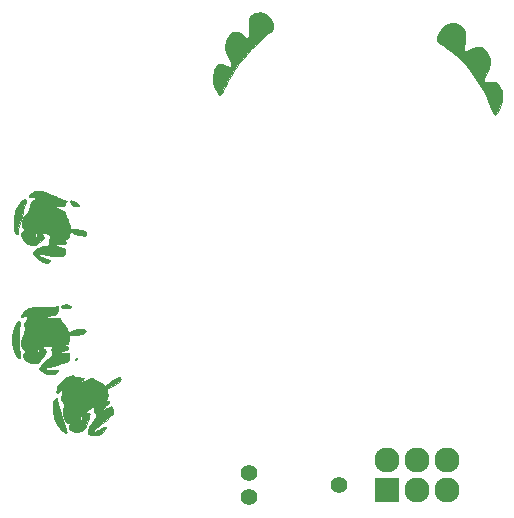
<source format=gbr>
G04 #@! TF.FileFunction,Soldermask,Top*
%FSLAX46Y46*%
G04 Gerber Fmt 4.6, Leading zero omitted, Abs format (unit mm)*
G04 Created by KiCad (PCBNEW 4.0.5+dfsg1-4) date Sun Sep 22 16:13:37 2019*
%MOMM*%
%LPD*%
G01*
G04 APERTURE LIST*
%ADD10C,0.100000*%
%ADD11C,0.010000*%
%ADD12C,1.390600*%
%ADD13R,2.127200X2.127200*%
%ADD14O,2.127200X2.127200*%
G04 APERTURE END LIST*
D10*
D11*
G36*
X57702246Y-62402213D02*
X57739318Y-62425514D01*
X57810773Y-62460039D01*
X57943261Y-62501332D01*
X58114202Y-62542848D01*
X58213000Y-62562768D01*
X58387138Y-62596558D01*
X58527338Y-62626024D01*
X58614546Y-62647040D01*
X58633440Y-62653817D01*
X58617586Y-62690215D01*
X58556834Y-62765401D01*
X58509333Y-62816500D01*
X58431457Y-62906109D01*
X58391670Y-62970757D01*
X58391472Y-62987916D01*
X58437953Y-62981684D01*
X58539657Y-62943375D01*
X58677034Y-62880631D01*
X58718457Y-62860114D01*
X58895793Y-62779473D01*
X59076529Y-62711239D01*
X59223150Y-62669491D01*
X59229966Y-62668150D01*
X59360619Y-62648289D01*
X59443268Y-62655917D01*
X59511903Y-62697417D01*
X59545772Y-62727451D01*
X59644443Y-62796121D01*
X59787846Y-62870207D01*
X59901877Y-62917310D01*
X60107775Y-63014849D01*
X60249370Y-63137684D01*
X60263764Y-63155779D01*
X60368429Y-63264444D01*
X60464977Y-63294322D01*
X60565619Y-63244882D01*
X60664902Y-63138332D01*
X60835063Y-62968225D01*
X61059709Y-62807016D01*
X61309331Y-62674280D01*
X61444402Y-62621238D01*
X61607217Y-62576136D01*
X61708049Y-62576391D01*
X61758066Y-62624734D01*
X61769000Y-62700584D01*
X61727864Y-62820556D01*
X61605195Y-62957994D01*
X61402103Y-63111964D01*
X61119698Y-63281530D01*
X61010488Y-63340121D01*
X60822944Y-63440243D01*
X60699899Y-63512412D01*
X60629707Y-63565696D01*
X60600724Y-63609166D01*
X60601307Y-63651892D01*
X60602876Y-63657621D01*
X60627340Y-63750927D01*
X60660069Y-63887672D01*
X60677986Y-63966511D01*
X60703414Y-64100258D01*
X60700584Y-64191112D01*
X60663086Y-64277983D01*
X60613872Y-64355601D01*
X60501098Y-64526014D01*
X60658799Y-64539091D01*
X60759258Y-64559804D01*
X60801477Y-64604443D01*
X60783155Y-64678798D01*
X60701990Y-64788660D01*
X60555682Y-64939821D01*
X60465752Y-65024928D01*
X60334995Y-65152309D01*
X60235959Y-65260213D01*
X60180072Y-65335423D01*
X60173666Y-65362777D01*
X60223515Y-65359274D01*
X60329787Y-65321961D01*
X60474658Y-65257720D01*
X60575794Y-65207516D01*
X60736793Y-65126374D01*
X60870456Y-65062562D01*
X60958494Y-65024623D01*
X60981794Y-65017834D01*
X61019116Y-65055160D01*
X61063050Y-65149675D01*
X61105528Y-65275184D01*
X61138482Y-65405490D01*
X61153844Y-65514400D01*
X61149893Y-65563616D01*
X61092949Y-65661950D01*
X60977451Y-65798905D01*
X60814277Y-65964649D01*
X60614302Y-66149351D01*
X60388406Y-66343179D01*
X60147464Y-66536302D01*
X59902355Y-66718888D01*
X59769108Y-66811664D01*
X59643551Y-66916115D01*
X59557249Y-67025905D01*
X59521190Y-67123161D01*
X59539958Y-67184403D01*
X59584721Y-67175256D01*
X59685698Y-67130829D01*
X59826235Y-67058948D01*
X59936626Y-66997969D01*
X60174398Y-66867481D01*
X60347169Y-66784792D01*
X60459744Y-66749786D01*
X60516924Y-66762348D01*
X60523515Y-66822363D01*
X60484319Y-66929714D01*
X60457118Y-66985449D01*
X60313969Y-67177695D01*
X60110810Y-67329531D01*
X59865064Y-67434781D01*
X59594158Y-67487268D01*
X59315516Y-67480817D01*
X59154917Y-67446972D01*
X59057856Y-67405384D01*
X59020906Y-67339912D01*
X59017334Y-67288084D01*
X59043099Y-67104743D01*
X59113319Y-66880716D01*
X59217376Y-66639626D01*
X59344653Y-66405097D01*
X59484534Y-66200751D01*
X59531368Y-66144290D01*
X59654943Y-65962659D01*
X59698119Y-65792928D01*
X59660396Y-65639151D01*
X59603043Y-65560761D01*
X59534056Y-65446717D01*
X59518087Y-65293065D01*
X59518127Y-65292025D01*
X59508248Y-65159164D01*
X59466796Y-65098548D01*
X59466526Y-65098443D01*
X59378669Y-65099803D01*
X59252506Y-65142273D01*
X59110277Y-65212880D01*
X58974220Y-65298653D01*
X58866574Y-65386618D01*
X58809577Y-65463802D01*
X58805667Y-65483955D01*
X58842507Y-65532114D01*
X58934952Y-65580654D01*
X58975000Y-65594335D01*
X59079569Y-65630408D01*
X59139101Y-65660138D01*
X59144334Y-65667143D01*
X59135059Y-65714834D01*
X59109922Y-65827146D01*
X59072952Y-65986404D01*
X59035754Y-66143319D01*
X58951693Y-66450513D01*
X58860410Y-66685897D01*
X58754066Y-66862326D01*
X58624820Y-66992654D01*
X58464831Y-67089736D01*
X58455988Y-67093899D01*
X58199214Y-67179315D01*
X57951188Y-67198361D01*
X57726021Y-67153420D01*
X57537820Y-67046877D01*
X57423806Y-66919576D01*
X57376858Y-66835971D01*
X57376889Y-66770473D01*
X57421506Y-66681291D01*
X57481433Y-66549073D01*
X57492741Y-66454927D01*
X57456116Y-66411096D01*
X57406594Y-66415491D01*
X57292664Y-66411467D01*
X57180953Y-66337602D01*
X57078212Y-66208600D01*
X56991192Y-66039165D01*
X56964966Y-65959868D01*
X58348217Y-65959868D01*
X58377325Y-66082081D01*
X58377376Y-66082192D01*
X58434094Y-66160760D01*
X58488086Y-66160234D01*
X58528936Y-66085837D01*
X58543639Y-65998811D01*
X58545548Y-65895343D01*
X58519814Y-65851427D01*
X58468227Y-65843334D01*
X58380501Y-65875073D01*
X58348217Y-65959868D01*
X56964966Y-65959868D01*
X56926644Y-65844001D01*
X56891319Y-65637813D01*
X56891969Y-65435305D01*
X56909578Y-65332966D01*
X56948300Y-65080106D01*
X56940791Y-64847214D01*
X56889129Y-64654568D01*
X56830106Y-64557221D01*
X56758319Y-64451395D01*
X56741374Y-64349312D01*
X56750340Y-64279342D01*
X56785913Y-64051333D01*
X56804567Y-63858128D01*
X56805650Y-63714201D01*
X56788509Y-63634028D01*
X56779895Y-63624683D01*
X56699450Y-63619714D01*
X56604427Y-63676300D01*
X56516833Y-63779641D01*
X56496455Y-63815288D01*
X56433693Y-63909958D01*
X56385851Y-63932073D01*
X56354717Y-63892721D01*
X56342076Y-63802989D01*
X56349715Y-63673965D01*
X56379422Y-63516736D01*
X56424185Y-63366834D01*
X56542786Y-63141620D01*
X56737859Y-62927530D01*
X57012342Y-62721812D01*
X57276870Y-62568846D01*
X57454776Y-62477268D01*
X57574512Y-62422213D01*
X57651771Y-62398816D01*
X57702246Y-62402213D01*
X57702246Y-62402213D01*
G37*
X57702246Y-62402213D02*
X57739318Y-62425514D01*
X57810773Y-62460039D01*
X57943261Y-62501332D01*
X58114202Y-62542848D01*
X58213000Y-62562768D01*
X58387138Y-62596558D01*
X58527338Y-62626024D01*
X58614546Y-62647040D01*
X58633440Y-62653817D01*
X58617586Y-62690215D01*
X58556834Y-62765401D01*
X58509333Y-62816500D01*
X58431457Y-62906109D01*
X58391670Y-62970757D01*
X58391472Y-62987916D01*
X58437953Y-62981684D01*
X58539657Y-62943375D01*
X58677034Y-62880631D01*
X58718457Y-62860114D01*
X58895793Y-62779473D01*
X59076529Y-62711239D01*
X59223150Y-62669491D01*
X59229966Y-62668150D01*
X59360619Y-62648289D01*
X59443268Y-62655917D01*
X59511903Y-62697417D01*
X59545772Y-62727451D01*
X59644443Y-62796121D01*
X59787846Y-62870207D01*
X59901877Y-62917310D01*
X60107775Y-63014849D01*
X60249370Y-63137684D01*
X60263764Y-63155779D01*
X60368429Y-63264444D01*
X60464977Y-63294322D01*
X60565619Y-63244882D01*
X60664902Y-63138332D01*
X60835063Y-62968225D01*
X61059709Y-62807016D01*
X61309331Y-62674280D01*
X61444402Y-62621238D01*
X61607217Y-62576136D01*
X61708049Y-62576391D01*
X61758066Y-62624734D01*
X61769000Y-62700584D01*
X61727864Y-62820556D01*
X61605195Y-62957994D01*
X61402103Y-63111964D01*
X61119698Y-63281530D01*
X61010488Y-63340121D01*
X60822944Y-63440243D01*
X60699899Y-63512412D01*
X60629707Y-63565696D01*
X60600724Y-63609166D01*
X60601307Y-63651892D01*
X60602876Y-63657621D01*
X60627340Y-63750927D01*
X60660069Y-63887672D01*
X60677986Y-63966511D01*
X60703414Y-64100258D01*
X60700584Y-64191112D01*
X60663086Y-64277983D01*
X60613872Y-64355601D01*
X60501098Y-64526014D01*
X60658799Y-64539091D01*
X60759258Y-64559804D01*
X60801477Y-64604443D01*
X60783155Y-64678798D01*
X60701990Y-64788660D01*
X60555682Y-64939821D01*
X60465752Y-65024928D01*
X60334995Y-65152309D01*
X60235959Y-65260213D01*
X60180072Y-65335423D01*
X60173666Y-65362777D01*
X60223515Y-65359274D01*
X60329787Y-65321961D01*
X60474658Y-65257720D01*
X60575794Y-65207516D01*
X60736793Y-65126374D01*
X60870456Y-65062562D01*
X60958494Y-65024623D01*
X60981794Y-65017834D01*
X61019116Y-65055160D01*
X61063050Y-65149675D01*
X61105528Y-65275184D01*
X61138482Y-65405490D01*
X61153844Y-65514400D01*
X61149893Y-65563616D01*
X61092949Y-65661950D01*
X60977451Y-65798905D01*
X60814277Y-65964649D01*
X60614302Y-66149351D01*
X60388406Y-66343179D01*
X60147464Y-66536302D01*
X59902355Y-66718888D01*
X59769108Y-66811664D01*
X59643551Y-66916115D01*
X59557249Y-67025905D01*
X59521190Y-67123161D01*
X59539958Y-67184403D01*
X59584721Y-67175256D01*
X59685698Y-67130829D01*
X59826235Y-67058948D01*
X59936626Y-66997969D01*
X60174398Y-66867481D01*
X60347169Y-66784792D01*
X60459744Y-66749786D01*
X60516924Y-66762348D01*
X60523515Y-66822363D01*
X60484319Y-66929714D01*
X60457118Y-66985449D01*
X60313969Y-67177695D01*
X60110810Y-67329531D01*
X59865064Y-67434781D01*
X59594158Y-67487268D01*
X59315516Y-67480817D01*
X59154917Y-67446972D01*
X59057856Y-67405384D01*
X59020906Y-67339912D01*
X59017334Y-67288084D01*
X59043099Y-67104743D01*
X59113319Y-66880716D01*
X59217376Y-66639626D01*
X59344653Y-66405097D01*
X59484534Y-66200751D01*
X59531368Y-66144290D01*
X59654943Y-65962659D01*
X59698119Y-65792928D01*
X59660396Y-65639151D01*
X59603043Y-65560761D01*
X59534056Y-65446717D01*
X59518087Y-65293065D01*
X59518127Y-65292025D01*
X59508248Y-65159164D01*
X59466796Y-65098548D01*
X59466526Y-65098443D01*
X59378669Y-65099803D01*
X59252506Y-65142273D01*
X59110277Y-65212880D01*
X58974220Y-65298653D01*
X58866574Y-65386618D01*
X58809577Y-65463802D01*
X58805667Y-65483955D01*
X58842507Y-65532114D01*
X58934952Y-65580654D01*
X58975000Y-65594335D01*
X59079569Y-65630408D01*
X59139101Y-65660138D01*
X59144334Y-65667143D01*
X59135059Y-65714834D01*
X59109922Y-65827146D01*
X59072952Y-65986404D01*
X59035754Y-66143319D01*
X58951693Y-66450513D01*
X58860410Y-66685897D01*
X58754066Y-66862326D01*
X58624820Y-66992654D01*
X58464831Y-67089736D01*
X58455988Y-67093899D01*
X58199214Y-67179315D01*
X57951188Y-67198361D01*
X57726021Y-67153420D01*
X57537820Y-67046877D01*
X57423806Y-66919576D01*
X57376858Y-66835971D01*
X57376889Y-66770473D01*
X57421506Y-66681291D01*
X57481433Y-66549073D01*
X57492741Y-66454927D01*
X57456116Y-66411096D01*
X57406594Y-66415491D01*
X57292664Y-66411467D01*
X57180953Y-66337602D01*
X57078212Y-66208600D01*
X56991192Y-66039165D01*
X56964966Y-65959868D01*
X58348217Y-65959868D01*
X58377325Y-66082081D01*
X58377376Y-66082192D01*
X58434094Y-66160760D01*
X58488086Y-66160234D01*
X58528936Y-66085837D01*
X58543639Y-65998811D01*
X58545548Y-65895343D01*
X58519814Y-65851427D01*
X58468227Y-65843334D01*
X58380501Y-65875073D01*
X58348217Y-65959868D01*
X56964966Y-65959868D01*
X56926644Y-65844001D01*
X56891319Y-65637813D01*
X56891969Y-65435305D01*
X56909578Y-65332966D01*
X56948300Y-65080106D01*
X56940791Y-64847214D01*
X56889129Y-64654568D01*
X56830106Y-64557221D01*
X56758319Y-64451395D01*
X56741374Y-64349312D01*
X56750340Y-64279342D01*
X56785913Y-64051333D01*
X56804567Y-63858128D01*
X56805650Y-63714201D01*
X56788509Y-63634028D01*
X56779895Y-63624683D01*
X56699450Y-63619714D01*
X56604427Y-63676300D01*
X56516833Y-63779641D01*
X56496455Y-63815288D01*
X56433693Y-63909958D01*
X56385851Y-63932073D01*
X56354717Y-63892721D01*
X56342076Y-63802989D01*
X56349715Y-63673965D01*
X56379422Y-63516736D01*
X56424185Y-63366834D01*
X56542786Y-63141620D01*
X56737859Y-62927530D01*
X57012342Y-62721812D01*
X57276870Y-62568846D01*
X57454776Y-62477268D01*
X57574512Y-62422213D01*
X57651771Y-62398816D01*
X57702246Y-62402213D01*
G36*
X56324298Y-64322568D02*
X56349571Y-64342944D01*
X56371063Y-64396472D01*
X56394885Y-64499159D01*
X56427143Y-64667016D01*
X56432288Y-64694535D01*
X56468361Y-64855212D01*
X56526617Y-65077615D01*
X56601488Y-65343479D01*
X56687401Y-65634542D01*
X56778786Y-65932540D01*
X56870073Y-66219210D01*
X56955690Y-66476289D01*
X57030066Y-66685514D01*
X57073008Y-66795032D01*
X57133715Y-66952107D01*
X57177910Y-67090066D01*
X57196835Y-67181248D01*
X57197000Y-67186615D01*
X57172007Y-67267518D01*
X57103020Y-67284832D01*
X56999030Y-67241009D01*
X56869027Y-67138500D01*
X56811728Y-67081584D01*
X56548049Y-66772466D01*
X56332481Y-66453263D01*
X56178261Y-66144108D01*
X56154916Y-66082372D01*
X56094396Y-65863823D01*
X56054918Y-65619335D01*
X56035451Y-65362458D01*
X56034963Y-65106738D01*
X56052423Y-64865725D01*
X56086800Y-64652965D01*
X56137062Y-64482009D01*
X56202177Y-64366402D01*
X56281115Y-64319695D01*
X56289138Y-64319334D01*
X56324298Y-64322568D01*
X56324298Y-64322568D01*
G37*
X56324298Y-64322568D02*
X56349571Y-64342944D01*
X56371063Y-64396472D01*
X56394885Y-64499159D01*
X56427143Y-64667016D01*
X56432288Y-64694535D01*
X56468361Y-64855212D01*
X56526617Y-65077615D01*
X56601488Y-65343479D01*
X56687401Y-65634542D01*
X56778786Y-65932540D01*
X56870073Y-66219210D01*
X56955690Y-66476289D01*
X57030066Y-66685514D01*
X57073008Y-66795032D01*
X57133715Y-66952107D01*
X57177910Y-67090066D01*
X57196835Y-67181248D01*
X57197000Y-67186615D01*
X57172007Y-67267518D01*
X57103020Y-67284832D01*
X56999030Y-67241009D01*
X56869027Y-67138500D01*
X56811728Y-67081584D01*
X56548049Y-66772466D01*
X56332481Y-66453263D01*
X56178261Y-66144108D01*
X56154916Y-66082372D01*
X56094396Y-65863823D01*
X56054918Y-65619335D01*
X56035451Y-65362458D01*
X56034963Y-65106738D01*
X56052423Y-64865725D01*
X56086800Y-64652965D01*
X56137062Y-64482009D01*
X56202177Y-64366402D01*
X56281115Y-64319695D01*
X56289138Y-64319334D01*
X56324298Y-64322568D01*
G36*
X56457077Y-56794584D02*
X56433660Y-56961719D01*
X56403525Y-57077316D01*
X56351561Y-57155992D01*
X56262658Y-57212361D01*
X56121704Y-57261039D01*
X55918686Y-57315321D01*
X55765813Y-57358492D01*
X55636335Y-57401284D01*
X55569101Y-57429293D01*
X55509251Y-57465932D01*
X55523900Y-57489477D01*
X55568111Y-57508269D01*
X55646405Y-57520667D01*
X55784676Y-57525263D01*
X55958555Y-57521592D01*
X56039684Y-57517261D01*
X56277283Y-57505893D01*
X56444230Y-57509198D01*
X56553764Y-57530418D01*
X56619125Y-57572795D01*
X56653553Y-57639571D01*
X56660751Y-57669339D01*
X56704469Y-57764353D01*
X56798315Y-57895962D01*
X56928560Y-58045169D01*
X56944163Y-58061471D01*
X57064922Y-58196495D01*
X57161565Y-58323154D01*
X57218284Y-58420047D01*
X57225716Y-58442652D01*
X57268828Y-58551932D01*
X57341018Y-58653986D01*
X57419513Y-58720353D01*
X57456698Y-58731334D01*
X57519344Y-58708577D01*
X57610942Y-58653297D01*
X57618030Y-58648307D01*
X57799395Y-58559495D01*
X58042401Y-58501445D01*
X58328233Y-58478537D01*
X58347828Y-58478368D01*
X58574267Y-58491838D01*
X58725103Y-58534061D01*
X58798435Y-58604354D01*
X58805667Y-58642595D01*
X58782927Y-58739822D01*
X58709882Y-58816991D01*
X58579289Y-58876683D01*
X58383908Y-58921476D01*
X58116498Y-58953950D01*
X57884917Y-58970598D01*
X57408667Y-58998237D01*
X57408667Y-59243029D01*
X57397907Y-59452274D01*
X57359979Y-59599939D01*
X57286411Y-59707024D01*
X57191858Y-59780352D01*
X57052793Y-59868402D01*
X57165494Y-59896688D01*
X57268896Y-59939455D01*
X57328106Y-59985114D01*
X57347624Y-60061524D01*
X57284315Y-60141732D01*
X57139870Y-60224492D01*
X56915978Y-60308559D01*
X56869711Y-60323020D01*
X56674220Y-60388690D01*
X56562172Y-60441060D01*
X56533614Y-60480220D01*
X56588594Y-60506261D01*
X56727162Y-60519272D01*
X56949364Y-60519344D01*
X56974033Y-60518704D01*
X57398608Y-60506907D01*
X57428142Y-60743290D01*
X57435132Y-60931573D01*
X57393976Y-61072040D01*
X57293335Y-61183190D01*
X57121866Y-61283522D01*
X57086899Y-61299900D01*
X56972594Y-61344062D01*
X56802336Y-61399830D01*
X56594838Y-61462119D01*
X56368813Y-61525847D01*
X56142975Y-61585933D01*
X55936036Y-61637294D01*
X55766710Y-61674847D01*
X55653710Y-61693511D01*
X55633367Y-61694667D01*
X55545235Y-61727593D01*
X55462470Y-61804020D01*
X55419798Y-61890423D01*
X55419000Y-61901634D01*
X55439123Y-61923714D01*
X55506746Y-61935401D01*
X55632751Y-61937188D01*
X55828022Y-61929567D01*
X55921012Y-61924404D01*
X56152172Y-61914446D01*
X56322974Y-61914659D01*
X56424359Y-61924841D01*
X56448413Y-61936121D01*
X56446732Y-62006206D01*
X56384485Y-62095006D01*
X56277607Y-62184960D01*
X56164808Y-62248652D01*
X55916983Y-62316677D01*
X55655236Y-62309453D01*
X55501352Y-62268263D01*
X55279803Y-62174826D01*
X55090899Y-62072600D01*
X54956893Y-61974010D01*
X54935351Y-61952246D01*
X54884395Y-61885721D01*
X54878788Y-61825035D01*
X54916130Y-61731622D01*
X54920982Y-61721409D01*
X55009245Y-61580292D01*
X55143161Y-61416089D01*
X55301377Y-61250649D01*
X55462536Y-61105817D01*
X55605284Y-61003442D01*
X55641682Y-60984106D01*
X55833061Y-60870588D01*
X55943933Y-60743702D01*
X55978315Y-60594985D01*
X55940223Y-60415974D01*
X55927156Y-60382710D01*
X55896027Y-60266964D01*
X55916471Y-60155655D01*
X55929351Y-60122657D01*
X55961328Y-60027294D01*
X55949164Y-59971516D01*
X55905230Y-59932157D01*
X55809932Y-59895061D01*
X55675303Y-59881106D01*
X55524708Y-59887465D01*
X55381512Y-59911312D01*
X55269080Y-59949821D01*
X55210779Y-60000166D01*
X55207334Y-60016570D01*
X55235773Y-60077517D01*
X55306736Y-60164110D01*
X55334334Y-60191834D01*
X55413610Y-60275033D01*
X55457944Y-60335627D01*
X55461334Y-60346419D01*
X55437373Y-60413018D01*
X55373742Y-60527949D01*
X55282821Y-60672764D01*
X55176987Y-60829015D01*
X55068619Y-60978256D01*
X54970094Y-61102037D01*
X54911729Y-61165500D01*
X54737587Y-61334834D01*
X54390377Y-61334834D01*
X54208242Y-61331564D01*
X54083671Y-61317816D01*
X53989686Y-61287682D01*
X53899307Y-61235254D01*
X53882128Y-61223539D01*
X53707497Y-61076595D01*
X53586155Y-60920185D01*
X53522548Y-60766705D01*
X53521122Y-60628552D01*
X53586322Y-60518123D01*
X53619834Y-60492060D01*
X53706748Y-60408007D01*
X53711779Y-60362942D01*
X54657000Y-60362942D01*
X54665222Y-60465069D01*
X54696508Y-60502341D01*
X54730209Y-60501443D01*
X54796453Y-60454401D01*
X54844291Y-60371121D01*
X54858547Y-60259774D01*
X54820241Y-60189903D01*
X54740886Y-60179232D01*
X54723346Y-60184884D01*
X54671798Y-60248931D01*
X54657000Y-60362942D01*
X53711779Y-60362942D01*
X53715608Y-60328653D01*
X53645961Y-60265943D01*
X53628677Y-60258696D01*
X53529166Y-60204387D01*
X53459971Y-60118677D01*
X53409689Y-59982270D01*
X53377119Y-59832858D01*
X53354720Y-59554446D01*
X53387321Y-59287415D01*
X53470780Y-59056851D01*
X53518025Y-58979681D01*
X53581490Y-58875449D01*
X53616487Y-58789229D01*
X53618052Y-58779887D01*
X53635194Y-58687140D01*
X53658650Y-58595085D01*
X53668771Y-58472066D01*
X53648277Y-58313026D01*
X53639771Y-58276833D01*
X53615961Y-58172508D01*
X53611549Y-58090234D01*
X53631761Y-58004215D01*
X53681821Y-57888651D01*
X53743639Y-57764010D01*
X53821854Y-57600396D01*
X53860951Y-57493267D01*
X53865531Y-57426603D01*
X53849772Y-57394346D01*
X53756759Y-57339476D01*
X53644096Y-57356584D01*
X53556333Y-57419000D01*
X53467410Y-57483642D01*
X53389949Y-57501495D01*
X53347232Y-57469135D01*
X53344667Y-57450123D01*
X53368406Y-57363637D01*
X53429515Y-57237556D01*
X53512834Y-57098686D01*
X53603202Y-56973831D01*
X53634752Y-56937247D01*
X53733905Y-56842408D01*
X53843779Y-56769164D01*
X53977538Y-56714034D01*
X54148341Y-56673536D01*
X54369350Y-56644188D01*
X54653727Y-56622508D01*
X54866308Y-56611451D01*
X55149760Y-56599465D01*
X55442436Y-56588985D01*
X55717858Y-56580834D01*
X55949546Y-56575836D01*
X56047389Y-56574737D01*
X56485278Y-56572334D01*
X56457077Y-56794584D01*
X56457077Y-56794584D01*
G37*
X56457077Y-56794584D02*
X56433660Y-56961719D01*
X56403525Y-57077316D01*
X56351561Y-57155992D01*
X56262658Y-57212361D01*
X56121704Y-57261039D01*
X55918686Y-57315321D01*
X55765813Y-57358492D01*
X55636335Y-57401284D01*
X55569101Y-57429293D01*
X55509251Y-57465932D01*
X55523900Y-57489477D01*
X55568111Y-57508269D01*
X55646405Y-57520667D01*
X55784676Y-57525263D01*
X55958555Y-57521592D01*
X56039684Y-57517261D01*
X56277283Y-57505893D01*
X56444230Y-57509198D01*
X56553764Y-57530418D01*
X56619125Y-57572795D01*
X56653553Y-57639571D01*
X56660751Y-57669339D01*
X56704469Y-57764353D01*
X56798315Y-57895962D01*
X56928560Y-58045169D01*
X56944163Y-58061471D01*
X57064922Y-58196495D01*
X57161565Y-58323154D01*
X57218284Y-58420047D01*
X57225716Y-58442652D01*
X57268828Y-58551932D01*
X57341018Y-58653986D01*
X57419513Y-58720353D01*
X57456698Y-58731334D01*
X57519344Y-58708577D01*
X57610942Y-58653297D01*
X57618030Y-58648307D01*
X57799395Y-58559495D01*
X58042401Y-58501445D01*
X58328233Y-58478537D01*
X58347828Y-58478368D01*
X58574267Y-58491838D01*
X58725103Y-58534061D01*
X58798435Y-58604354D01*
X58805667Y-58642595D01*
X58782927Y-58739822D01*
X58709882Y-58816991D01*
X58579289Y-58876683D01*
X58383908Y-58921476D01*
X58116498Y-58953950D01*
X57884917Y-58970598D01*
X57408667Y-58998237D01*
X57408667Y-59243029D01*
X57397907Y-59452274D01*
X57359979Y-59599939D01*
X57286411Y-59707024D01*
X57191858Y-59780352D01*
X57052793Y-59868402D01*
X57165494Y-59896688D01*
X57268896Y-59939455D01*
X57328106Y-59985114D01*
X57347624Y-60061524D01*
X57284315Y-60141732D01*
X57139870Y-60224492D01*
X56915978Y-60308559D01*
X56869711Y-60323020D01*
X56674220Y-60388690D01*
X56562172Y-60441060D01*
X56533614Y-60480220D01*
X56588594Y-60506261D01*
X56727162Y-60519272D01*
X56949364Y-60519344D01*
X56974033Y-60518704D01*
X57398608Y-60506907D01*
X57428142Y-60743290D01*
X57435132Y-60931573D01*
X57393976Y-61072040D01*
X57293335Y-61183190D01*
X57121866Y-61283522D01*
X57086899Y-61299900D01*
X56972594Y-61344062D01*
X56802336Y-61399830D01*
X56594838Y-61462119D01*
X56368813Y-61525847D01*
X56142975Y-61585933D01*
X55936036Y-61637294D01*
X55766710Y-61674847D01*
X55653710Y-61693511D01*
X55633367Y-61694667D01*
X55545235Y-61727593D01*
X55462470Y-61804020D01*
X55419798Y-61890423D01*
X55419000Y-61901634D01*
X55439123Y-61923714D01*
X55506746Y-61935401D01*
X55632751Y-61937188D01*
X55828022Y-61929567D01*
X55921012Y-61924404D01*
X56152172Y-61914446D01*
X56322974Y-61914659D01*
X56424359Y-61924841D01*
X56448413Y-61936121D01*
X56446732Y-62006206D01*
X56384485Y-62095006D01*
X56277607Y-62184960D01*
X56164808Y-62248652D01*
X55916983Y-62316677D01*
X55655236Y-62309453D01*
X55501352Y-62268263D01*
X55279803Y-62174826D01*
X55090899Y-62072600D01*
X54956893Y-61974010D01*
X54935351Y-61952246D01*
X54884395Y-61885721D01*
X54878788Y-61825035D01*
X54916130Y-61731622D01*
X54920982Y-61721409D01*
X55009245Y-61580292D01*
X55143161Y-61416089D01*
X55301377Y-61250649D01*
X55462536Y-61105817D01*
X55605284Y-61003442D01*
X55641682Y-60984106D01*
X55833061Y-60870588D01*
X55943933Y-60743702D01*
X55978315Y-60594985D01*
X55940223Y-60415974D01*
X55927156Y-60382710D01*
X55896027Y-60266964D01*
X55916471Y-60155655D01*
X55929351Y-60122657D01*
X55961328Y-60027294D01*
X55949164Y-59971516D01*
X55905230Y-59932157D01*
X55809932Y-59895061D01*
X55675303Y-59881106D01*
X55524708Y-59887465D01*
X55381512Y-59911312D01*
X55269080Y-59949821D01*
X55210779Y-60000166D01*
X55207334Y-60016570D01*
X55235773Y-60077517D01*
X55306736Y-60164110D01*
X55334334Y-60191834D01*
X55413610Y-60275033D01*
X55457944Y-60335627D01*
X55461334Y-60346419D01*
X55437373Y-60413018D01*
X55373742Y-60527949D01*
X55282821Y-60672764D01*
X55176987Y-60829015D01*
X55068619Y-60978256D01*
X54970094Y-61102037D01*
X54911729Y-61165500D01*
X54737587Y-61334834D01*
X54390377Y-61334834D01*
X54208242Y-61331564D01*
X54083671Y-61317816D01*
X53989686Y-61287682D01*
X53899307Y-61235254D01*
X53882128Y-61223539D01*
X53707497Y-61076595D01*
X53586155Y-60920185D01*
X53522548Y-60766705D01*
X53521122Y-60628552D01*
X53586322Y-60518123D01*
X53619834Y-60492060D01*
X53706748Y-60408007D01*
X53711779Y-60362942D01*
X54657000Y-60362942D01*
X54665222Y-60465069D01*
X54696508Y-60502341D01*
X54730209Y-60501443D01*
X54796453Y-60454401D01*
X54844291Y-60371121D01*
X54858547Y-60259774D01*
X54820241Y-60189903D01*
X54740886Y-60179232D01*
X54723346Y-60184884D01*
X54671798Y-60248931D01*
X54657000Y-60362942D01*
X53711779Y-60362942D01*
X53715608Y-60328653D01*
X53645961Y-60265943D01*
X53628677Y-60258696D01*
X53529166Y-60204387D01*
X53459971Y-60118677D01*
X53409689Y-59982270D01*
X53377119Y-59832858D01*
X53354720Y-59554446D01*
X53387321Y-59287415D01*
X53470780Y-59056851D01*
X53518025Y-58979681D01*
X53581490Y-58875449D01*
X53616487Y-58789229D01*
X53618052Y-58779887D01*
X53635194Y-58687140D01*
X53658650Y-58595085D01*
X53668771Y-58472066D01*
X53648277Y-58313026D01*
X53639771Y-58276833D01*
X53615961Y-58172508D01*
X53611549Y-58090234D01*
X53631761Y-58004215D01*
X53681821Y-57888651D01*
X53743639Y-57764010D01*
X53821854Y-57600396D01*
X53860951Y-57493267D01*
X53865531Y-57426603D01*
X53849772Y-57394346D01*
X53756759Y-57339476D01*
X53644096Y-57356584D01*
X53556333Y-57419000D01*
X53467410Y-57483642D01*
X53389949Y-57501495D01*
X53347232Y-57469135D01*
X53344667Y-57450123D01*
X53368406Y-57363637D01*
X53429515Y-57237556D01*
X53512834Y-57098686D01*
X53603202Y-56973831D01*
X53634752Y-56937247D01*
X53733905Y-56842408D01*
X53843779Y-56769164D01*
X53977538Y-56714034D01*
X54148341Y-56673536D01*
X54369350Y-56644188D01*
X54653727Y-56622508D01*
X54866308Y-56611451D01*
X55149760Y-56599465D01*
X55442436Y-56588985D01*
X55717858Y-56580834D01*
X55949546Y-56575836D01*
X56047389Y-56574737D01*
X56485278Y-56572334D01*
X56457077Y-56794584D01*
G36*
X58115907Y-60945101D02*
X58089239Y-60983978D01*
X58049560Y-61018742D01*
X57945494Y-61089711D01*
X57887716Y-61090342D01*
X57874334Y-61043029D01*
X57912085Y-60977638D01*
X58009404Y-60939165D01*
X58078879Y-60934075D01*
X58115907Y-60945101D01*
X58115907Y-60945101D01*
G37*
X58115907Y-60945101D02*
X58089239Y-60983978D01*
X58049560Y-61018742D01*
X57945494Y-61089711D01*
X57887716Y-61090342D01*
X57874334Y-61043029D01*
X57912085Y-60977638D01*
X58009404Y-60939165D01*
X58078879Y-60934075D01*
X58115907Y-60945101D01*
G36*
X53190091Y-57824565D02*
X53244665Y-57869656D01*
X53247134Y-57958445D01*
X53244141Y-57974548D01*
X53227202Y-58105404D01*
X53213049Y-58304667D01*
X53201931Y-58556116D01*
X53194098Y-58843528D01*
X53189797Y-59150681D01*
X53189278Y-59461355D01*
X53192790Y-59759328D01*
X53200582Y-60028376D01*
X53209858Y-60208759D01*
X53223259Y-60438201D01*
X53232042Y-60639945D01*
X53235736Y-60797877D01*
X53233873Y-60895885D01*
X53230542Y-60917842D01*
X53180421Y-60971589D01*
X53106351Y-60950365D01*
X53016442Y-60857562D01*
X52987580Y-60816250D01*
X52927740Y-60705632D01*
X52854407Y-60541663D01*
X52779448Y-60351775D01*
X52744947Y-60255334D01*
X52684029Y-60070442D01*
X52643995Y-59920121D01*
X52620465Y-59775834D01*
X52609057Y-59609046D01*
X52605391Y-59391219D01*
X52605218Y-59345167D01*
X52606989Y-59111255D01*
X52616413Y-58933451D01*
X52637440Y-58783278D01*
X52674016Y-58632257D01*
X52728314Y-58457329D01*
X52822935Y-58209616D01*
X52924630Y-58015836D01*
X53027600Y-57883935D01*
X53126045Y-57821861D01*
X53190091Y-57824565D01*
X53190091Y-57824565D01*
G37*
X53190091Y-57824565D02*
X53244665Y-57869656D01*
X53247134Y-57958445D01*
X53244141Y-57974548D01*
X53227202Y-58105404D01*
X53213049Y-58304667D01*
X53201931Y-58556116D01*
X53194098Y-58843528D01*
X53189797Y-59150681D01*
X53189278Y-59461355D01*
X53192790Y-59759328D01*
X53200582Y-60028376D01*
X53209858Y-60208759D01*
X53223259Y-60438201D01*
X53232042Y-60639945D01*
X53235736Y-60797877D01*
X53233873Y-60895885D01*
X53230542Y-60917842D01*
X53180421Y-60971589D01*
X53106351Y-60950365D01*
X53016442Y-60857562D01*
X52987580Y-60816250D01*
X52927740Y-60705632D01*
X52854407Y-60541663D01*
X52779448Y-60351775D01*
X52744947Y-60255334D01*
X52684029Y-60070442D01*
X52643995Y-59920121D01*
X52620465Y-59775834D01*
X52609057Y-59609046D01*
X52605391Y-59391219D01*
X52605218Y-59345167D01*
X52606989Y-59111255D01*
X52616413Y-58933451D01*
X52637440Y-58783278D01*
X52674016Y-58632257D01*
X52728314Y-58457329D01*
X52822935Y-58209616D01*
X52924630Y-58015836D01*
X53027600Y-57883935D01*
X53126045Y-57821861D01*
X53190091Y-57824565D01*
G36*
X57284810Y-56423066D02*
X57415520Y-56461005D01*
X57515083Y-56512812D01*
X57570087Y-56573304D01*
X57567119Y-56637299D01*
X57496117Y-56697844D01*
X57381239Y-56729300D01*
X57220198Y-56738820D01*
X57048264Y-56727640D01*
X56900709Y-56696997D01*
X56847750Y-56675120D01*
X56753984Y-56599140D01*
X56740394Y-56523441D01*
X56807342Y-56458732D01*
X56839923Y-56444286D01*
X56983598Y-56409524D01*
X57136365Y-56404178D01*
X57284810Y-56423066D01*
X57284810Y-56423066D01*
G37*
X57284810Y-56423066D02*
X57415520Y-56461005D01*
X57515083Y-56512812D01*
X57570087Y-56573304D01*
X57567119Y-56637299D01*
X57496117Y-56697844D01*
X57381239Y-56729300D01*
X57220198Y-56738820D01*
X57048264Y-56727640D01*
X56900709Y-56696997D01*
X56847750Y-56675120D01*
X56753984Y-56599140D01*
X56740394Y-56523441D01*
X56807342Y-56458732D01*
X56839923Y-56444286D01*
X56983598Y-56409524D01*
X57136365Y-56404178D01*
X57284810Y-56423066D01*
G36*
X54936308Y-46775794D02*
X55110564Y-46817930D01*
X55326105Y-46884650D01*
X55591904Y-46978147D01*
X55916935Y-47100615D01*
X56310172Y-47254248D01*
X56337992Y-47265241D01*
X57193485Y-47603451D01*
X57107882Y-47820626D01*
X57056127Y-47948221D01*
X57014674Y-48043850D01*
X56998657Y-48076025D01*
X56948276Y-48089642D01*
X56829316Y-48095203D01*
X56657508Y-48092429D01*
X56503934Y-48084745D01*
X56288281Y-48074571D01*
X56149623Y-48077264D01*
X56088622Y-48094937D01*
X56105936Y-48129703D01*
X56202225Y-48183674D01*
X56378150Y-48258964D01*
X56583167Y-48338420D01*
X56762235Y-48407851D01*
X56913663Y-48469853D01*
X57018556Y-48516497D01*
X57055184Y-48536523D01*
X57089394Y-48602487D01*
X57104142Y-48708438D01*
X57104153Y-48710587D01*
X57122591Y-48809002D01*
X57171646Y-48956725D01*
X57242338Y-49128226D01*
X57277719Y-49204094D01*
X57358227Y-49385820D01*
X57418118Y-49551437D01*
X57448770Y-49676059D01*
X57451000Y-49704294D01*
X57460328Y-49846601D01*
X57498501Y-49935679D01*
X57580806Y-49983125D01*
X57722530Y-50000537D01*
X57842588Y-50001390D01*
X58072664Y-50015837D01*
X58302418Y-50060255D01*
X58515076Y-50128076D01*
X58693864Y-50212736D01*
X58822008Y-50307666D01*
X58882734Y-50406302D01*
X58883246Y-50408770D01*
X58873101Y-50514961D01*
X58793114Y-50575797D01*
X58644941Y-50591272D01*
X58430237Y-50561378D01*
X58150658Y-50486109D01*
X57934381Y-50412651D01*
X57760620Y-50350837D01*
X57616772Y-50301692D01*
X57521219Y-50271380D01*
X57492995Y-50264667D01*
X57465251Y-50301786D01*
X57437068Y-50393913D01*
X57431039Y-50423417D01*
X57374937Y-50638734D01*
X57294732Y-50784124D01*
X57181106Y-50873027D01*
X57098198Y-50903473D01*
X56924014Y-50950376D01*
X57039340Y-51034386D01*
X57130424Y-51128817D01*
X57150648Y-51217588D01*
X57099616Y-51285100D01*
X57046240Y-51306267D01*
X56952230Y-51315788D01*
X56803866Y-51315862D01*
X56630922Y-51306608D01*
X56605817Y-51304520D01*
X56406462Y-51294069D01*
X56288329Y-51303950D01*
X56250709Y-51333154D01*
X56292892Y-51380672D01*
X56414168Y-51445495D01*
X56613826Y-51526613D01*
X56811214Y-51596402D01*
X56957757Y-51648231D01*
X57040144Y-51688331D01*
X57075010Y-51730305D01*
X57078986Y-51787759D01*
X57076263Y-51813185D01*
X57030885Y-52026388D01*
X56956599Y-52189343D01*
X56860971Y-52285599D01*
X56858334Y-52287029D01*
X56739041Y-52317365D01*
X56541428Y-52324447D01*
X56268534Y-52308455D01*
X55923395Y-52269572D01*
X55509051Y-52207981D01*
X55490264Y-52204914D01*
X55237331Y-52166562D01*
X55059614Y-52147118D01*
X54949925Y-52146047D01*
X54902559Y-52161174D01*
X54870845Y-52221339D01*
X54902908Y-52280887D01*
X55004243Y-52343716D01*
X55180347Y-52413722D01*
X55325787Y-52461290D01*
X55556358Y-52537165D01*
X55710093Y-52599910D01*
X55792814Y-52654721D01*
X55810346Y-52706796D01*
X55768512Y-52761329D01*
X55708538Y-52802827D01*
X55591164Y-52861758D01*
X55478033Y-52881194D01*
X55334957Y-52864500D01*
X55256760Y-52847300D01*
X55098080Y-52785431D01*
X54923496Y-52678479D01*
X54748748Y-52541197D01*
X54589577Y-52388336D01*
X54461721Y-52234651D01*
X54380921Y-52094893D01*
X54360667Y-52007400D01*
X54398245Y-51923010D01*
X54499268Y-51823841D01*
X54646170Y-51719720D01*
X54821386Y-51620480D01*
X55007350Y-51535948D01*
X55186496Y-51475956D01*
X55341258Y-51450332D01*
X55356664Y-51450034D01*
X55530943Y-51431439D01*
X55641571Y-51368106D01*
X55699405Y-51248584D01*
X55715334Y-51071783D01*
X55726218Y-50897231D01*
X55760384Y-50794274D01*
X55780876Y-50770971D01*
X55834799Y-50686966D01*
X55815718Y-50596704D01*
X55733919Y-50509150D01*
X55599687Y-50433268D01*
X55423305Y-50378019D01*
X55308472Y-50359265D01*
X55189784Y-50352859D01*
X55133603Y-50375925D01*
X55135483Y-50440687D01*
X55190977Y-50559369D01*
X55217917Y-50608210D01*
X55313167Y-50778027D01*
X55059167Y-51007808D01*
X54806477Y-51212548D01*
X54578647Y-51342940D01*
X54365681Y-51401793D01*
X54157585Y-51391920D01*
X53951176Y-51319455D01*
X53784503Y-51210915D01*
X53620258Y-51057468D01*
X53481724Y-50884823D01*
X53392185Y-50718691D01*
X53383370Y-50692475D01*
X53359594Y-50571080D01*
X54494137Y-50571080D01*
X54501940Y-50621801D01*
X54550550Y-50682186D01*
X54616448Y-50661139D01*
X54681846Y-50582494D01*
X54725958Y-50474312D01*
X54713626Y-50389516D01*
X54649133Y-50350005D01*
X54636255Y-50349334D01*
X54570004Y-50385732D01*
X54516835Y-50471407D01*
X54494137Y-50571080D01*
X53359594Y-50571080D01*
X53348862Y-50516292D01*
X53353993Y-50368673D01*
X53395925Y-50267188D01*
X53458009Y-50230375D01*
X53574575Y-50190500D01*
X53613888Y-50116983D01*
X53575022Y-50012825D01*
X53539645Y-49965935D01*
X53454456Y-49803474D01*
X53423086Y-49598497D01*
X53442069Y-49370836D01*
X53507937Y-49140320D01*
X53617225Y-48926779D01*
X53749421Y-48765898D01*
X53848410Y-48665663D01*
X53916491Y-48586425D01*
X53937334Y-48550174D01*
X53962999Y-48494292D01*
X54007542Y-48436921D01*
X54056592Y-48337290D01*
X54070878Y-48177211D01*
X54070062Y-48142109D01*
X54069393Y-48030264D01*
X54084763Y-47947119D01*
X54127981Y-47868526D01*
X54210857Y-47770339D01*
X54296187Y-47679748D01*
X54405702Y-47560209D01*
X54487749Y-47461655D01*
X54528096Y-47401459D01*
X54530000Y-47394326D01*
X54492747Y-47317641D01*
X54390440Y-47276007D01*
X54237256Y-47274630D01*
X54212885Y-47277896D01*
X54095587Y-47291548D01*
X54039424Y-47281851D01*
X54022621Y-47242619D01*
X54022000Y-47223646D01*
X54055977Y-47141506D01*
X54144363Y-47038244D01*
X54266842Y-46932545D01*
X54403097Y-46843094D01*
X54472645Y-46809204D01*
X54571505Y-46774947D01*
X54675752Y-46756496D01*
X54794362Y-46756047D01*
X54936308Y-46775794D01*
X54936308Y-46775794D01*
G37*
X54936308Y-46775794D02*
X55110564Y-46817930D01*
X55326105Y-46884650D01*
X55591904Y-46978147D01*
X55916935Y-47100615D01*
X56310172Y-47254248D01*
X56337992Y-47265241D01*
X57193485Y-47603451D01*
X57107882Y-47820626D01*
X57056127Y-47948221D01*
X57014674Y-48043850D01*
X56998657Y-48076025D01*
X56948276Y-48089642D01*
X56829316Y-48095203D01*
X56657508Y-48092429D01*
X56503934Y-48084745D01*
X56288281Y-48074571D01*
X56149623Y-48077264D01*
X56088622Y-48094937D01*
X56105936Y-48129703D01*
X56202225Y-48183674D01*
X56378150Y-48258964D01*
X56583167Y-48338420D01*
X56762235Y-48407851D01*
X56913663Y-48469853D01*
X57018556Y-48516497D01*
X57055184Y-48536523D01*
X57089394Y-48602487D01*
X57104142Y-48708438D01*
X57104153Y-48710587D01*
X57122591Y-48809002D01*
X57171646Y-48956725D01*
X57242338Y-49128226D01*
X57277719Y-49204094D01*
X57358227Y-49385820D01*
X57418118Y-49551437D01*
X57448770Y-49676059D01*
X57451000Y-49704294D01*
X57460328Y-49846601D01*
X57498501Y-49935679D01*
X57580806Y-49983125D01*
X57722530Y-50000537D01*
X57842588Y-50001390D01*
X58072664Y-50015837D01*
X58302418Y-50060255D01*
X58515076Y-50128076D01*
X58693864Y-50212736D01*
X58822008Y-50307666D01*
X58882734Y-50406302D01*
X58883246Y-50408770D01*
X58873101Y-50514961D01*
X58793114Y-50575797D01*
X58644941Y-50591272D01*
X58430237Y-50561378D01*
X58150658Y-50486109D01*
X57934381Y-50412651D01*
X57760620Y-50350837D01*
X57616772Y-50301692D01*
X57521219Y-50271380D01*
X57492995Y-50264667D01*
X57465251Y-50301786D01*
X57437068Y-50393913D01*
X57431039Y-50423417D01*
X57374937Y-50638734D01*
X57294732Y-50784124D01*
X57181106Y-50873027D01*
X57098198Y-50903473D01*
X56924014Y-50950376D01*
X57039340Y-51034386D01*
X57130424Y-51128817D01*
X57150648Y-51217588D01*
X57099616Y-51285100D01*
X57046240Y-51306267D01*
X56952230Y-51315788D01*
X56803866Y-51315862D01*
X56630922Y-51306608D01*
X56605817Y-51304520D01*
X56406462Y-51294069D01*
X56288329Y-51303950D01*
X56250709Y-51333154D01*
X56292892Y-51380672D01*
X56414168Y-51445495D01*
X56613826Y-51526613D01*
X56811214Y-51596402D01*
X56957757Y-51648231D01*
X57040144Y-51688331D01*
X57075010Y-51730305D01*
X57078986Y-51787759D01*
X57076263Y-51813185D01*
X57030885Y-52026388D01*
X56956599Y-52189343D01*
X56860971Y-52285599D01*
X56858334Y-52287029D01*
X56739041Y-52317365D01*
X56541428Y-52324447D01*
X56268534Y-52308455D01*
X55923395Y-52269572D01*
X55509051Y-52207981D01*
X55490264Y-52204914D01*
X55237331Y-52166562D01*
X55059614Y-52147118D01*
X54949925Y-52146047D01*
X54902559Y-52161174D01*
X54870845Y-52221339D01*
X54902908Y-52280887D01*
X55004243Y-52343716D01*
X55180347Y-52413722D01*
X55325787Y-52461290D01*
X55556358Y-52537165D01*
X55710093Y-52599910D01*
X55792814Y-52654721D01*
X55810346Y-52706796D01*
X55768512Y-52761329D01*
X55708538Y-52802827D01*
X55591164Y-52861758D01*
X55478033Y-52881194D01*
X55334957Y-52864500D01*
X55256760Y-52847300D01*
X55098080Y-52785431D01*
X54923496Y-52678479D01*
X54748748Y-52541197D01*
X54589577Y-52388336D01*
X54461721Y-52234651D01*
X54380921Y-52094893D01*
X54360667Y-52007400D01*
X54398245Y-51923010D01*
X54499268Y-51823841D01*
X54646170Y-51719720D01*
X54821386Y-51620480D01*
X55007350Y-51535948D01*
X55186496Y-51475956D01*
X55341258Y-51450332D01*
X55356664Y-51450034D01*
X55530943Y-51431439D01*
X55641571Y-51368106D01*
X55699405Y-51248584D01*
X55715334Y-51071783D01*
X55726218Y-50897231D01*
X55760384Y-50794274D01*
X55780876Y-50770971D01*
X55834799Y-50686966D01*
X55815718Y-50596704D01*
X55733919Y-50509150D01*
X55599687Y-50433268D01*
X55423305Y-50378019D01*
X55308472Y-50359265D01*
X55189784Y-50352859D01*
X55133603Y-50375925D01*
X55135483Y-50440687D01*
X55190977Y-50559369D01*
X55217917Y-50608210D01*
X55313167Y-50778027D01*
X55059167Y-51007808D01*
X54806477Y-51212548D01*
X54578647Y-51342940D01*
X54365681Y-51401793D01*
X54157585Y-51391920D01*
X53951176Y-51319455D01*
X53784503Y-51210915D01*
X53620258Y-51057468D01*
X53481724Y-50884823D01*
X53392185Y-50718691D01*
X53383370Y-50692475D01*
X53359594Y-50571080D01*
X54494137Y-50571080D01*
X54501940Y-50621801D01*
X54550550Y-50682186D01*
X54616448Y-50661139D01*
X54681846Y-50582494D01*
X54725958Y-50474312D01*
X54713626Y-50389516D01*
X54649133Y-50350005D01*
X54636255Y-50349334D01*
X54570004Y-50385732D01*
X54516835Y-50471407D01*
X54494137Y-50571080D01*
X53359594Y-50571080D01*
X53348862Y-50516292D01*
X53353993Y-50368673D01*
X53395925Y-50267188D01*
X53458009Y-50230375D01*
X53574575Y-50190500D01*
X53613888Y-50116983D01*
X53575022Y-50012825D01*
X53539645Y-49965935D01*
X53454456Y-49803474D01*
X53423086Y-49598497D01*
X53442069Y-49370836D01*
X53507937Y-49140320D01*
X53617225Y-48926779D01*
X53749421Y-48765898D01*
X53848410Y-48665663D01*
X53916491Y-48586425D01*
X53937334Y-48550174D01*
X53962999Y-48494292D01*
X54007542Y-48436921D01*
X54056592Y-48337290D01*
X54070878Y-48177211D01*
X54070062Y-48142109D01*
X54069393Y-48030264D01*
X54084763Y-47947119D01*
X54127981Y-47868526D01*
X54210857Y-47770339D01*
X54296187Y-47679748D01*
X54405702Y-47560209D01*
X54487749Y-47461655D01*
X54528096Y-47401459D01*
X54530000Y-47394326D01*
X54492747Y-47317641D01*
X54390440Y-47276007D01*
X54237256Y-47274630D01*
X54212885Y-47277896D01*
X54095587Y-47291548D01*
X54039424Y-47281851D01*
X54022621Y-47242619D01*
X54022000Y-47223646D01*
X54055977Y-47141506D01*
X54144363Y-47038244D01*
X54266842Y-46932545D01*
X54403097Y-46843094D01*
X54472645Y-46809204D01*
X54571505Y-46774947D01*
X54675752Y-46756496D01*
X54794362Y-46756047D01*
X54936308Y-46775794D01*
G36*
X53712622Y-47493948D02*
X53749522Y-47519233D01*
X53772925Y-47559603D01*
X53773474Y-47623712D01*
X53748295Y-47728600D01*
X53694515Y-47891311D01*
X53679690Y-47933372D01*
X53619774Y-48115413D01*
X53550089Y-48348521D01*
X53474068Y-48618956D01*
X53395147Y-48912977D01*
X53316757Y-49216845D01*
X53242333Y-49516820D01*
X53175308Y-49799161D01*
X53119115Y-50050129D01*
X53077190Y-50255984D01*
X53052964Y-50402986D01*
X53048334Y-50459843D01*
X53013000Y-50473638D01*
X52970462Y-50476334D01*
X52896789Y-50441315D01*
X52844312Y-50370374D01*
X52806020Y-50244454D01*
X52772229Y-50056627D01*
X52745110Y-49829623D01*
X52726838Y-49586170D01*
X52719585Y-49348996D01*
X52725523Y-49140830D01*
X52726066Y-49133418D01*
X52750968Y-48929449D01*
X52791714Y-48721192D01*
X52839774Y-48551741D01*
X52842889Y-48543255D01*
X52953062Y-48286911D01*
X53080989Y-48051295D01*
X53218832Y-47845258D01*
X53358755Y-47677653D01*
X53492918Y-47557331D01*
X53613487Y-47493146D01*
X53712622Y-47493948D01*
X53712622Y-47493948D01*
G37*
X53712622Y-47493948D02*
X53749522Y-47519233D01*
X53772925Y-47559603D01*
X53773474Y-47623712D01*
X53748295Y-47728600D01*
X53694515Y-47891311D01*
X53679690Y-47933372D01*
X53619774Y-48115413D01*
X53550089Y-48348521D01*
X53474068Y-48618956D01*
X53395147Y-48912977D01*
X53316757Y-49216845D01*
X53242333Y-49516820D01*
X53175308Y-49799161D01*
X53119115Y-50050129D01*
X53077190Y-50255984D01*
X53052964Y-50402986D01*
X53048334Y-50459843D01*
X53013000Y-50473638D01*
X52970462Y-50476334D01*
X52896789Y-50441315D01*
X52844312Y-50370374D01*
X52806020Y-50244454D01*
X52772229Y-50056627D01*
X52745110Y-49829623D01*
X52726838Y-49586170D01*
X52719585Y-49348996D01*
X52725523Y-49140830D01*
X52726066Y-49133418D01*
X52750968Y-48929449D01*
X52791714Y-48721192D01*
X52839774Y-48551741D01*
X52842889Y-48543255D01*
X52953062Y-48286911D01*
X53080989Y-48051295D01*
X53218832Y-47845258D01*
X53358755Y-47677653D01*
X53492918Y-47557331D01*
X53613487Y-47493146D01*
X53712622Y-47493948D01*
G36*
X57632505Y-47615382D02*
X57764415Y-47661540D01*
X57902801Y-47721350D01*
X58079797Y-47820731D01*
X58196330Y-47919843D01*
X58244523Y-48010523D01*
X58233626Y-48064208D01*
X58169470Y-48097176D01*
X58056331Y-48101261D01*
X57924048Y-48078494D01*
X57810834Y-48035442D01*
X57664266Y-47942657D01*
X57550742Y-47841535D01*
X57477683Y-47744357D01*
X57452512Y-47663402D01*
X57482649Y-47610949D01*
X57546250Y-47597700D01*
X57632505Y-47615382D01*
X57632505Y-47615382D01*
G37*
X57632505Y-47615382D02*
X57764415Y-47661540D01*
X57902801Y-47721350D01*
X58079797Y-47820731D01*
X58196330Y-47919843D01*
X58244523Y-48010523D01*
X58233626Y-48064208D01*
X58169470Y-48097176D01*
X58056331Y-48101261D01*
X57924048Y-48078494D01*
X57810834Y-48035442D01*
X57664266Y-47942657D01*
X57550742Y-47841535D01*
X57477683Y-47744357D01*
X57452512Y-47663402D01*
X57482649Y-47610949D01*
X57546250Y-47597700D01*
X57632505Y-47615382D01*
G36*
X90061618Y-32567392D02*
X90291411Y-32631572D01*
X90446642Y-32723701D01*
X90608014Y-32864671D01*
X90752855Y-33029974D01*
X90858490Y-33195105D01*
X90893050Y-33281831D01*
X90921687Y-33455056D01*
X90932378Y-33687407D01*
X90925463Y-33955339D01*
X90901281Y-34235308D01*
X90876773Y-34410712D01*
X90848052Y-34664804D01*
X90857973Y-34844066D01*
X90907383Y-34949434D01*
X90997129Y-34981842D01*
X91128059Y-34942223D01*
X91275503Y-34850344D01*
X91571115Y-34673777D01*
X91853264Y-34579795D01*
X92118381Y-34567516D01*
X92362896Y-34636054D01*
X92583242Y-34784525D01*
X92775848Y-35012047D01*
X92909763Y-35255185D01*
X93019234Y-35584071D01*
X93048844Y-35920321D01*
X92998134Y-36268134D01*
X92866649Y-36631706D01*
X92731950Y-36888231D01*
X92632240Y-37084293D01*
X92569805Y-37262328D01*
X92547952Y-37407252D01*
X92569989Y-37503981D01*
X92592101Y-37525970D01*
X92657353Y-37541662D01*
X92786409Y-37554248D01*
X92958421Y-37562140D01*
X93091586Y-37564019D01*
X93532006Y-37564667D01*
X93695365Y-37741617D01*
X93809339Y-37884985D01*
X93921617Y-38057514D01*
X93974233Y-38154367D01*
X94035789Y-38293980D01*
X94070145Y-38420002D01*
X94083955Y-38567064D01*
X94084596Y-38728834D01*
X94059257Y-39060435D01*
X93997267Y-39391646D01*
X93904865Y-39701339D01*
X93788289Y-39968386D01*
X93661070Y-40163055D01*
X93556224Y-40278357D01*
X93481017Y-40327649D01*
X93418980Y-40315931D01*
X93358803Y-40254833D01*
X93282550Y-40136164D01*
X93233863Y-40032316D01*
X93200656Y-39940450D01*
X93147853Y-39794061D01*
X93084523Y-39618295D01*
X93053873Y-39533167D01*
X92894962Y-39143152D01*
X92683453Y-38704983D01*
X92426330Y-38230660D01*
X92130576Y-37732182D01*
X91803175Y-37221549D01*
X91451109Y-36710762D01*
X91253562Y-36439589D01*
X90978244Y-36100615D01*
X90651722Y-35757778D01*
X90267436Y-35405166D01*
X89818827Y-35036873D01*
X89299335Y-34646987D01*
X89126389Y-34523302D01*
X88908617Y-34365389D01*
X88753578Y-34240985D01*
X88652278Y-34138606D01*
X88595726Y-34046772D01*
X88574932Y-33953998D01*
X88580902Y-33848803D01*
X88583705Y-33830278D01*
X88638936Y-33627607D01*
X88737435Y-33395841D01*
X88863577Y-33166718D01*
X89001740Y-32971973D01*
X89012505Y-32959224D01*
X89233779Y-32760712D01*
X89493581Y-32626369D01*
X89775123Y-32560495D01*
X90061618Y-32567392D01*
X90061618Y-32567392D01*
G37*
X90061618Y-32567392D02*
X90291411Y-32631572D01*
X90446642Y-32723701D01*
X90608014Y-32864671D01*
X90752855Y-33029974D01*
X90858490Y-33195105D01*
X90893050Y-33281831D01*
X90921687Y-33455056D01*
X90932378Y-33687407D01*
X90925463Y-33955339D01*
X90901281Y-34235308D01*
X90876773Y-34410712D01*
X90848052Y-34664804D01*
X90857973Y-34844066D01*
X90907383Y-34949434D01*
X90997129Y-34981842D01*
X91128059Y-34942223D01*
X91275503Y-34850344D01*
X91571115Y-34673777D01*
X91853264Y-34579795D01*
X92118381Y-34567516D01*
X92362896Y-34636054D01*
X92583242Y-34784525D01*
X92775848Y-35012047D01*
X92909763Y-35255185D01*
X93019234Y-35584071D01*
X93048844Y-35920321D01*
X92998134Y-36268134D01*
X92866649Y-36631706D01*
X92731950Y-36888231D01*
X92632240Y-37084293D01*
X92569805Y-37262328D01*
X92547952Y-37407252D01*
X92569989Y-37503981D01*
X92592101Y-37525970D01*
X92657353Y-37541662D01*
X92786409Y-37554248D01*
X92958421Y-37562140D01*
X93091586Y-37564019D01*
X93532006Y-37564667D01*
X93695365Y-37741617D01*
X93809339Y-37884985D01*
X93921617Y-38057514D01*
X93974233Y-38154367D01*
X94035789Y-38293980D01*
X94070145Y-38420002D01*
X94083955Y-38567064D01*
X94084596Y-38728834D01*
X94059257Y-39060435D01*
X93997267Y-39391646D01*
X93904865Y-39701339D01*
X93788289Y-39968386D01*
X93661070Y-40163055D01*
X93556224Y-40278357D01*
X93481017Y-40327649D01*
X93418980Y-40315931D01*
X93358803Y-40254833D01*
X93282550Y-40136164D01*
X93233863Y-40032316D01*
X93200656Y-39940450D01*
X93147853Y-39794061D01*
X93084523Y-39618295D01*
X93053873Y-39533167D01*
X92894962Y-39143152D01*
X92683453Y-38704983D01*
X92426330Y-38230660D01*
X92130576Y-37732182D01*
X91803175Y-37221549D01*
X91451109Y-36710762D01*
X91253562Y-36439589D01*
X90978244Y-36100615D01*
X90651722Y-35757778D01*
X90267436Y-35405166D01*
X89818827Y-35036873D01*
X89299335Y-34646987D01*
X89126389Y-34523302D01*
X88908617Y-34365389D01*
X88753578Y-34240985D01*
X88652278Y-34138606D01*
X88595726Y-34046772D01*
X88574932Y-33953998D01*
X88580902Y-33848803D01*
X88583705Y-33830278D01*
X88638936Y-33627607D01*
X88737435Y-33395841D01*
X88863577Y-33166718D01*
X89001740Y-32971973D01*
X89012505Y-32959224D01*
X89233779Y-32760712D01*
X89493581Y-32626369D01*
X89775123Y-32560495D01*
X90061618Y-32567392D01*
G36*
X73819176Y-31708968D02*
X74046249Y-31798791D01*
X74245594Y-31956177D01*
X74425538Y-32187268D01*
X74555134Y-32417345D01*
X74648232Y-32658592D01*
X74679914Y-32880681D01*
X74649042Y-33069080D01*
X74611912Y-33142913D01*
X74550394Y-33211959D01*
X74438461Y-33315693D01*
X74293719Y-33438390D01*
X74177995Y-33530480D01*
X73883149Y-33775603D01*
X73554244Y-34078312D01*
X73203470Y-34425273D01*
X72843012Y-34803151D01*
X72485059Y-35198611D01*
X72141799Y-35598318D01*
X71825418Y-35988937D01*
X71548105Y-36357134D01*
X71400114Y-36569834D01*
X71270091Y-36773900D01*
X71118175Y-37027968D01*
X70959465Y-37305878D01*
X70809058Y-37581475D01*
X70740349Y-37712834D01*
X70569210Y-38040282D01*
X70429687Y-38294370D01*
X70319243Y-38479207D01*
X70235341Y-38598905D01*
X70175446Y-38657576D01*
X70152609Y-38665334D01*
X70105053Y-38635716D01*
X70029458Y-38561465D01*
X69999830Y-38527750D01*
X69817243Y-38248970D01*
X69689889Y-37914860D01*
X69620828Y-37536773D01*
X69613119Y-37126060D01*
X69614782Y-37099000D01*
X69653922Y-36744669D01*
X69720420Y-36467342D01*
X69816150Y-36263284D01*
X69942986Y-36128760D01*
X70102801Y-36060034D01*
X70139062Y-36053832D01*
X70346466Y-36053384D01*
X70568808Y-36095971D01*
X70766021Y-36172416D01*
X70831873Y-36212520D01*
X70961402Y-36282710D01*
X71051203Y-36279248D01*
X71103669Y-36201930D01*
X71107283Y-36188834D01*
X71119475Y-36107815D01*
X71112539Y-36017110D01*
X71082102Y-35902617D01*
X71023790Y-35750233D01*
X70933232Y-35545855D01*
X70857865Y-35384500D01*
X70764578Y-35184095D01*
X70702230Y-35036416D01*
X70664602Y-34918110D01*
X70645478Y-34805825D01*
X70638640Y-34676207D01*
X70637834Y-34558022D01*
X70641535Y-34366762D01*
X70657599Y-34225668D01*
X70693462Y-34100385D01*
X70756560Y-33956556D01*
X70777195Y-33914216D01*
X70942316Y-33640343D01*
X71126486Y-33448363D01*
X71327804Y-33338702D01*
X71544371Y-33311783D01*
X71774286Y-33368031D01*
X72015650Y-33507871D01*
X72140412Y-33609610D01*
X72304036Y-33745899D01*
X72429788Y-33823962D01*
X72521564Y-33839758D01*
X72583260Y-33789243D01*
X72618773Y-33668377D01*
X72631998Y-33473116D01*
X72626832Y-33199419D01*
X72622676Y-33109289D01*
X72614500Y-32765083D01*
X72630263Y-32489098D01*
X72672757Y-32267574D01*
X72744770Y-32086750D01*
X72849094Y-31932865D01*
X72864944Y-31914384D01*
X73002295Y-31795453D01*
X73174423Y-31721178D01*
X73398675Y-31685691D01*
X73556051Y-31680570D01*
X73819176Y-31708968D01*
X73819176Y-31708968D01*
G37*
X73819176Y-31708968D02*
X74046249Y-31798791D01*
X74245594Y-31956177D01*
X74425538Y-32187268D01*
X74555134Y-32417345D01*
X74648232Y-32658592D01*
X74679914Y-32880681D01*
X74649042Y-33069080D01*
X74611912Y-33142913D01*
X74550394Y-33211959D01*
X74438461Y-33315693D01*
X74293719Y-33438390D01*
X74177995Y-33530480D01*
X73883149Y-33775603D01*
X73554244Y-34078312D01*
X73203470Y-34425273D01*
X72843012Y-34803151D01*
X72485059Y-35198611D01*
X72141799Y-35598318D01*
X71825418Y-35988937D01*
X71548105Y-36357134D01*
X71400114Y-36569834D01*
X71270091Y-36773900D01*
X71118175Y-37027968D01*
X70959465Y-37305878D01*
X70809058Y-37581475D01*
X70740349Y-37712834D01*
X70569210Y-38040282D01*
X70429687Y-38294370D01*
X70319243Y-38479207D01*
X70235341Y-38598905D01*
X70175446Y-38657576D01*
X70152609Y-38665334D01*
X70105053Y-38635716D01*
X70029458Y-38561465D01*
X69999830Y-38527750D01*
X69817243Y-38248970D01*
X69689889Y-37914860D01*
X69620828Y-37536773D01*
X69613119Y-37126060D01*
X69614782Y-37099000D01*
X69653922Y-36744669D01*
X69720420Y-36467342D01*
X69816150Y-36263284D01*
X69942986Y-36128760D01*
X70102801Y-36060034D01*
X70139062Y-36053832D01*
X70346466Y-36053384D01*
X70568808Y-36095971D01*
X70766021Y-36172416D01*
X70831873Y-36212520D01*
X70961402Y-36282710D01*
X71051203Y-36279248D01*
X71103669Y-36201930D01*
X71107283Y-36188834D01*
X71119475Y-36107815D01*
X71112539Y-36017110D01*
X71082102Y-35902617D01*
X71023790Y-35750233D01*
X70933232Y-35545855D01*
X70857865Y-35384500D01*
X70764578Y-35184095D01*
X70702230Y-35036416D01*
X70664602Y-34918110D01*
X70645478Y-34805825D01*
X70638640Y-34676207D01*
X70637834Y-34558022D01*
X70641535Y-34366762D01*
X70657599Y-34225668D01*
X70693462Y-34100385D01*
X70756560Y-33956556D01*
X70777195Y-33914216D01*
X70942316Y-33640343D01*
X71126486Y-33448363D01*
X71327804Y-33338702D01*
X71544371Y-33311783D01*
X71774286Y-33368031D01*
X72015650Y-33507871D01*
X72140412Y-33609610D01*
X72304036Y-33745899D01*
X72429788Y-33823962D01*
X72521564Y-33839758D01*
X72583260Y-33789243D01*
X72618773Y-33668377D01*
X72631998Y-33473116D01*
X72626832Y-33199419D01*
X72622676Y-33109289D01*
X72614500Y-32765083D01*
X72630263Y-32489098D01*
X72672757Y-32267574D01*
X72744770Y-32086750D01*
X72849094Y-31932865D01*
X72864944Y-31914384D01*
X73002295Y-31795453D01*
X73174423Y-31721178D01*
X73398675Y-31685691D01*
X73556051Y-31680570D01*
X73819176Y-31708968D01*
D12*
X72680000Y-70709000D03*
X72680000Y-72741000D03*
X80300000Y-71725000D03*
D13*
X84328000Y-72136000D03*
D14*
X84328000Y-69596000D03*
X86868000Y-72136000D03*
X86868000Y-69596000D03*
X89408000Y-72136000D03*
X89408000Y-69596000D03*
M02*

</source>
